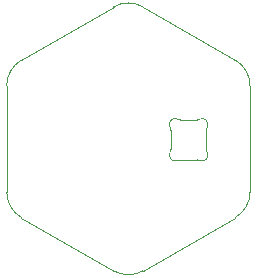
<source format=gbr>
%TF.GenerationSoftware,KiCad,Pcbnew,(6.0.6)*%
%TF.CreationDate,2022-07-10T21:40:21+02:00*%
%TF.ProjectId,GCode_Buttons_Cherry_MX,47436f64-655f-4427-9574-746f6e735f43,rev?*%
%TF.SameCoordinates,Original*%
%TF.FileFunction,Profile,NP*%
%FSLAX46Y46*%
G04 Gerber Fmt 4.6, Leading zero omitted, Abs format (unit mm)*
G04 Created by KiCad (PCBNEW (6.0.6)) date 2022-07-10 21:40:21*
%MOMM*%
%LPD*%
G01*
G04 APERTURE LIST*
%TA.AperFunction,Profile*%
%ADD10C,0.100000*%
%TD*%
G04 APERTURE END LIST*
D10*
X90950001Y-93251829D02*
X98750000Y-88748496D01*
X89700023Y-104423558D02*
G75*
G03*
X90949999Y-106588621I2499777J-142D01*
G01*
X109050025Y-106588666D02*
G75*
G03*
X110300001Y-104423557I-1250225J2165166D01*
G01*
X110299999Y-95416892D02*
X110300001Y-104423557D01*
X98750000Y-111091953D02*
X90949999Y-106588621D01*
X110300006Y-95416892D02*
G75*
G03*
X109049999Y-93251829I-2500006J-8D01*
G01*
X101249999Y-88748496D02*
X109049999Y-93251829D01*
X90950003Y-93251833D02*
G75*
G03*
X89699999Y-95416895I1249997J-2165067D01*
G01*
X101249999Y-88748496D02*
G75*
G03*
X98750000Y-88748496I-1249999J-2165058D01*
G01*
X98750001Y-111091952D02*
G75*
G03*
X101250000Y-111091952I1249999J2164952D01*
G01*
X109050000Y-106588622D02*
X101250000Y-111091952D01*
X89699999Y-104423558D02*
X89699999Y-95416895D01*
%TO.C,D1*%
X105802842Y-101699999D02*
X104397158Y-101699999D01*
X104397158Y-98300001D02*
X105802842Y-98300001D01*
X103600001Y-100794452D02*
X103600001Y-99205547D01*
X106600000Y-99205548D02*
X106600000Y-100794452D01*
X104180279Y-98250518D02*
G75*
G03*
X103531702Y-98953289I-216879J-450512D01*
G01*
X106019720Y-101749484D02*
G75*
G03*
X106668297Y-101046711I216877J450515D01*
G01*
X103531701Y-101046711D02*
G75*
G03*
X104180280Y-101749484I431701J-252258D01*
G01*
X106600000Y-100794452D02*
G75*
G03*
X106668299Y-101046710I500009J3D01*
G01*
X103531701Y-101046711D02*
G75*
G03*
X103600000Y-100794453I-431710J252261D01*
G01*
X104397158Y-101699999D02*
G75*
G03*
X104180280Y-101749484I-2J-499990D01*
G01*
X104180281Y-98250515D02*
G75*
G03*
X104397157Y-98300001I216879J450505D01*
G01*
X103600001Y-99205547D02*
G75*
G03*
X103531702Y-98953289I-500011J-3D01*
G01*
X105802842Y-98300019D02*
G75*
G03*
X106019720Y-98250516I-42J500019D01*
G01*
X106019720Y-101749484D02*
G75*
G03*
X105802843Y-101699999I-216876J-450505D01*
G01*
X106668300Y-98953290D02*
G75*
G03*
X106019719Y-98250516I-431700J252260D01*
G01*
X106668299Y-98953289D02*
G75*
G03*
X106600000Y-99205548I431711J-252261D01*
G01*
%TD*%
M02*

</source>
